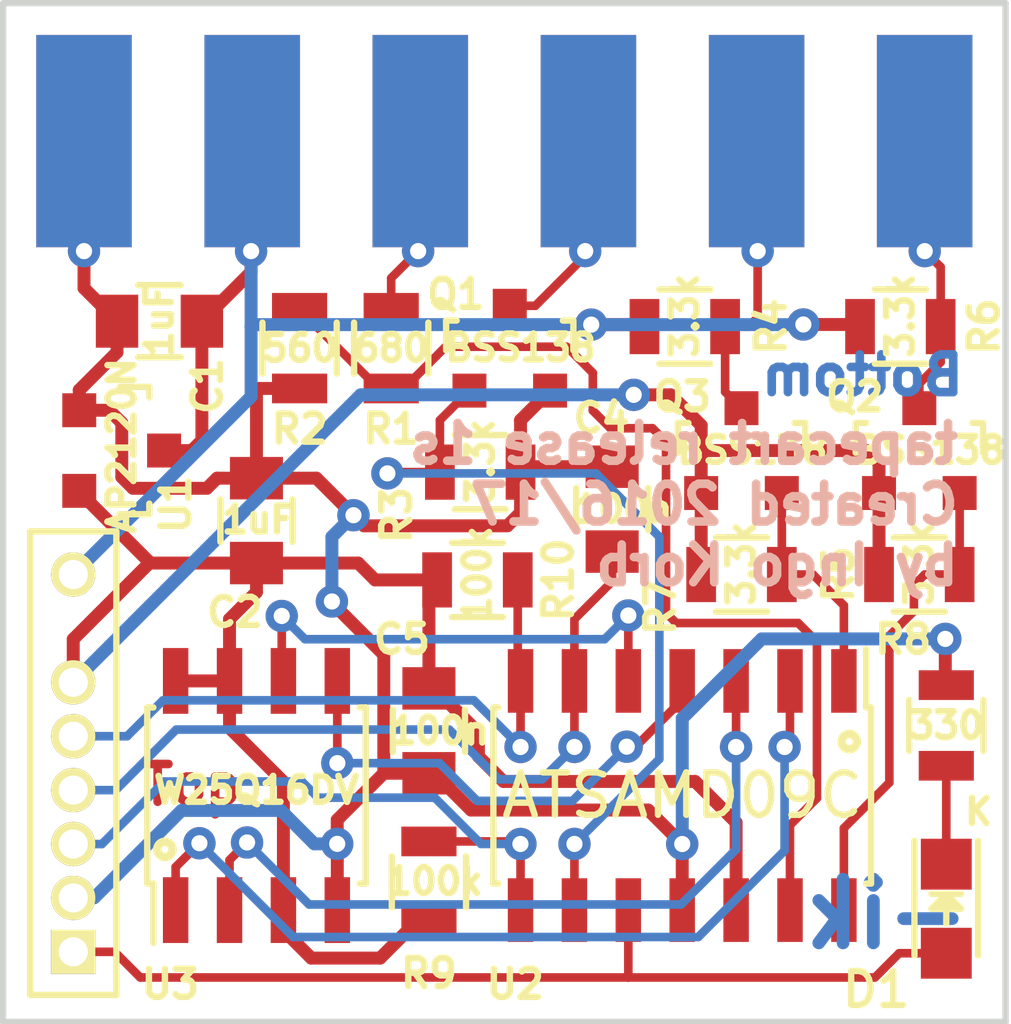
<source format=kicad_pcb>
(kicad_pcb (version 4) (host pcbnew 4.0.5)

  (general
    (links 63)
    (no_connects 0)
    (area 170.1924 34.13 207.367 63.6562)
    (thickness 1.6)
    (drawings 14)
    (tracks 282)
    (zones 0)
    (modules 23)
    (nets 21)
  )

  (page A4)
  (layers
    (0 F.Cu signal)
    (31 B.Cu signal)
    (32 B.Adhes user)
    (33 F.Adhes user)
    (34 B.Paste user)
    (35 F.Paste user)
    (36 B.SilkS user)
    (37 F.SilkS user)
    (38 B.Mask user)
    (39 F.Mask user)
    (40 Dwgs.User user hide)
    (41 Cmts.User user)
    (42 Eco1.User user)
    (43 Eco2.User user)
    (44 Edge.Cuts user)
    (45 Margin user)
    (46 B.CrtYd user)
    (47 F.CrtYd user)
    (48 B.Fab user)
    (49 F.Fab user)
  )

  (setup
    (last_trace_width 0.2032)
    (trace_clearance 0.2032)
    (zone_clearance 0.508)
    (zone_45_only no)
    (trace_min 0.2032)
    (segment_width 0.2)
    (edge_width 0.15)
    (via_size 0.762)
    (via_drill 0.381)
    (via_min_size 0.762)
    (via_min_drill 0.3)
    (uvia_size 0.3)
    (uvia_drill 0.1)
    (uvias_allowed no)
    (uvia_min_size 0.2)
    (uvia_min_drill 0.1)
    (pcb_text_width 0.3)
    (pcb_text_size 1.5 1.5)
    (mod_edge_width 0.15)
    (mod_text_size 1 1)
    (mod_text_width 0.15)
    (pad_size 1.524 1.524)
    (pad_drill 0.762)
    (pad_to_mask_clearance 0.2)
    (aux_axis_origin 0 0)
    (visible_elements 7FFFFFFF)
    (pcbplotparams
      (layerselection 0x010f0_80000001)
      (usegerberextensions true)
      (excludeedgelayer true)
      (linewidth 0.100000)
      (plotframeref false)
      (viasonmask false)
      (mode 1)
      (useauxorigin false)
      (hpglpennumber 1)
      (hpglpenspeed 20)
      (hpglpendiameter 15)
      (hpglpenoverlay 2)
      (psnegative false)
      (psa4output false)
      (plotreference true)
      (plotvalue true)
      (plotinvisibletext false)
      (padsonsilk false)
      (subtractmaskfromsilk false)
      (outputformat 1)
      (mirror false)
      (drillshape 0)
      (scaleselection 1)
      (outputdirectory gerber-release))
  )

  (net 0 "")
  (net 1 /Read3)
  (net 2 GND)
  (net 3 /Read5)
  (net 4 +3V3)
  (net 5 /Sense3)
  (net 6 /Sense5)
  (net 7 /Write3)
  (net 8 /Write5)
  (net 9 +5V)
  (net 10 /Reset)
  (net 11 /Motor5)
  (net 12 /SWCLK)
  (net 13 /SWDIO)
  (net 14 /Motor3)
  (net 15 /SS)
  (net 16 /MISO)
  (net 17 /MOSI)
  (net 18 /SCK)
  (net 19 /LED)
  (net 20 "Net-(D1-Pad1)")

  (net_class Default "This is the default net class."
    (clearance 0.2032)
    (trace_width 0.2032)
    (via_dia 0.762)
    (via_drill 0.381)
    (uvia_dia 0.3)
    (uvia_drill 0.1)
    (add_net /LED)
    (add_net /MISO)
    (add_net /MOSI)
    (add_net /Motor3)
    (add_net /Motor5)
    (add_net /Read3)
    (add_net /Read5)
    (add_net /Reset)
    (add_net /SCK)
    (add_net /SS)
    (add_net /SWCLK)
    (add_net /SWDIO)
    (add_net /Sense3)
    (add_net /Sense5)
    (add_net /Write3)
    (add_net /Write5)
    (add_net "Net-(D1-Pad1)")
  )

  (net_class Power ""
    (clearance 0.2032)
    (trace_width 0.3048)
    (via_dia 0.762)
    (via_drill 0.381)
    (uvia_dia 0.3)
    (uvia_drill 0.1)
    (add_net +3V3)
    (add_net +5V)
    (add_net GND)
  )

  (module Resistors_SMD:R_0805 (layer F.Cu) (tedit 56FAD679) (tstamp 56DE4081)
    (at 183.515 60.198 90)
    (descr "Resistor SMD 0805, reflow soldering, Vishay (see dcrcw.pdf)")
    (tags "resistor 0805")
    (path /56DC58AE)
    (attr smd)
    (fp_text reference R9 (at -2.159 0 180) (layer F.SilkS)
      (effects (font (size 0.6604 0.6604) (thickness 0.1524)))
    )
    (fp_text value 100k (at 0.0102 0.127 360) (layer F.SilkS)
      (effects (font (size 0.6096 0.6096) (thickness 0.1524)))
    )
    (fp_line (start -1.6 -1) (end 1.6 -1) (layer F.CrtYd) (width 0.05))
    (fp_line (start -1.6 1) (end 1.6 1) (layer F.CrtYd) (width 0.05))
    (fp_line (start -1.6 -1) (end -1.6 1) (layer F.CrtYd) (width 0.05))
    (fp_line (start 1.6 -1) (end 1.6 1) (layer F.CrtYd) (width 0.05))
    (fp_line (start 0.6 0.875) (end -0.6 0.875) (layer F.SilkS) (width 0.15))
    (fp_line (start -0.6 -0.875) (end 0.6 -0.875) (layer F.SilkS) (width 0.15))
    (pad 1 smd rect (at -0.95 0 90) (size 0.7 1.3) (layers F.Cu F.Paste F.Mask)
      (net 4 +3V3))
    (pad 2 smd rect (at 0.95 0 90) (size 0.7 1.3) (layers F.Cu F.Paste F.Mask)
      (net 13 /SWDIO))
    (model Resistors_SMD.3dshapes/R_0805.wrl
      (at (xyz 0 0 0))
      (scale (xyz 1 1 1))
      (rotate (xyz 0 0 0))
    )
  )

  (module Capacitors_SMD:C_0805 (layer F.Cu) (tedit 56FAD5C7) (tstamp 56BF0400)
    (at 187.833 51.419 270)
    (descr "Capacitor SMD 0805, reflow soldering, AVX (see smccp.pdf)")
    (tags "capacitor 0805")
    (path /56BC7709)
    (attr smd)
    (fp_text reference C4 (at -2.143 0.254 360) (layer F.SilkS)
      (effects (font (size 0.6604 0.6604) (thickness 0.1524)))
    )
    (fp_text value 100n (at 0 -0.254 360) (layer F.SilkS)
      (effects (font (size 0.6096 0.6096) (thickness 0.1524)))
    )
    (fp_line (start -1.8 -1) (end 1.8 -1) (layer F.CrtYd) (width 0.05))
    (fp_line (start -1.8 1) (end 1.8 1) (layer F.CrtYd) (width 0.05))
    (fp_line (start -1.8 -1) (end -1.8 1) (layer F.CrtYd) (width 0.05))
    (fp_line (start 1.8 -1) (end 1.8 1) (layer F.CrtYd) (width 0.05))
    (fp_line (start 0.5 -0.85) (end -0.5 -0.85) (layer F.SilkS) (width 0.15))
    (fp_line (start -0.5 0.85) (end 0.5 0.85) (layer F.SilkS) (width 0.15))
    (pad 1 smd rect (at -1 0 270) (size 1 1.25) (layers F.Cu F.Paste F.Mask)
      (net 2 GND))
    (pad 2 smd rect (at 1 0 270) (size 1 1.25) (layers F.Cu F.Paste F.Mask)
      (net 10 /Reset))
    (model Capacitors_SMD.3dshapes/C_0805.wrl
      (at (xyz 0 0 0))
      (scale (xyz 1 1 1))
      (rotate (xyz 0 0 0))
    )
  )

  (module Housings_SOIC:SOIC-14_3.9x8.7mm_Pitch1.27mm (layer F.Cu) (tedit 56FAD596) (tstamp 56BBD106)
    (at 189.484 58.166 270)
    (descr "14-Lead Plastic Small Outline (SL) - Narrow, 3.90 mm Body [SOIC] (see Microchip Packaging Specification 00000049BS.pdf)")
    (tags "SOIC 1.27")
    (path /56BA4F38)
    (attr smd)
    (fp_text reference U2 (at 4.445 3.937 360) (layer F.SilkS)
      (effects (font (size 0.6604 0.6604) (thickness 0.1524)))
    )
    (fp_text value ATSAMD09C (at 0 0 360) (layer F.SilkS)
      (effects (font (size 1 1) (thickness 0.15)))
    )
    (fp_line (start -3.7 -4.65) (end -3.7 4.65) (layer F.CrtYd) (width 0.05))
    (fp_line (start 3.7 -4.65) (end 3.7 4.65) (layer F.CrtYd) (width 0.05))
    (fp_line (start -3.7 -4.65) (end 3.7 -4.65) (layer F.CrtYd) (width 0.05))
    (fp_line (start -3.7 4.65) (end 3.7 4.65) (layer F.CrtYd) (width 0.05))
    (fp_line (start -2.075 -4.45) (end -2.075 -4.335) (layer F.SilkS) (width 0.15))
    (fp_line (start 2.075 -4.45) (end 2.075 -4.335) (layer F.SilkS) (width 0.15))
    (fp_line (start 2.075 4.45) (end 2.075 4.335) (layer F.SilkS) (width 0.15))
    (fp_line (start -2.075 4.45) (end -2.075 4.335) (layer F.SilkS) (width 0.15))
    (fp_line (start -2.075 -4.45) (end 2.075 -4.45) (layer F.SilkS) (width 0.15))
    (fp_line (start -2.075 4.45) (end 2.075 4.45) (layer F.SilkS) (width 0.15))
    (fp_line (start -2.075 -4.335) (end -3.45 -4.335) (layer F.SilkS) (width 0.15))
    (pad 1 smd rect (at -2.7 -3.81 270) (size 1.5 0.6) (layers F.Cu F.Paste F.Mask)
      (net 7 /Write3))
    (pad 2 smd rect (at -2.7 -2.54 270) (size 1.5 0.6) (layers F.Cu F.Paste F.Mask)
      (net 15 /SS))
    (pad 3 smd rect (at -2.7 -1.27 270) (size 1.5 0.6) (layers F.Cu F.Paste F.Mask)
      (net 16 /MISO))
    (pad 4 smd rect (at -2.7 0 270) (size 1.5 0.6) (layers F.Cu F.Paste F.Mask)
      (net 17 /MOSI))
    (pad 5 smd rect (at -2.7 1.27 270) (size 1.5 0.6) (layers F.Cu F.Paste F.Mask)
      (net 18 /SCK))
    (pad 6 smd rect (at -2.7 2.54 270) (size 1.5 0.6) (layers F.Cu F.Paste F.Mask)
      (net 10 /Reset))
    (pad 7 smd rect (at -2.7 3.81 270) (size 1.5 0.6) (layers F.Cu F.Paste F.Mask)
      (net 12 /SWCLK))
    (pad 8 smd rect (at 2.7 3.81 270) (size 1.5 0.6) (layers F.Cu F.Paste F.Mask)
      (net 13 /SWDIO))
    (pad 9 smd rect (at 2.7 2.54 270) (size 1.5 0.6) (layers F.Cu F.Paste F.Mask)
      (net 1 /Read3))
    (pad 10 smd rect (at 2.7 1.27 270) (size 1.5 0.6) (layers F.Cu F.Paste F.Mask)
      (net 19 /LED))
    (pad 11 smd rect (at 2.7 0 270) (size 1.5 0.6) (layers F.Cu F.Paste F.Mask)
      (net 2 GND))
    (pad 12 smd rect (at 2.7 -1.27 270) (size 1.5 0.6) (layers F.Cu F.Paste F.Mask)
      (net 4 +3V3))
    (pad 13 smd rect (at 2.7 -2.54 270) (size 1.5 0.6) (layers F.Cu F.Paste F.Mask)
      (net 14 /Motor3))
    (pad 14 smd rect (at 2.7 -3.81 270) (size 1.5 0.6) (layers F.Cu F.Paste F.Mask)
      (net 5 /Sense3))
    (model Housings_SOIC.3dshapes/SOIC-14_3.9x8.7mm_Pitch1.27mm.wrl
      (at (xyz 0 0 0))
      (scale (xyz 1 1 1))
      (rotate (xyz 0 0 0))
    )
  )

  (module Housings_SOIC:SOIC-8_3.9x4.9mm_Pitch1.27mm (layer F.Cu) (tedit 56FAD651) (tstamp 56BBD117)
    (at 179.451 58.166 90)
    (descr "8-Lead Plastic Small Outline (SN) - Narrow, 3.90 mm Body [SOIC] (see Microchip Packaging Specification 00000049BS.pdf)")
    (tags "SOIC 1.27")
    (path /56BA4FD9)
    (attr smd)
    (fp_text reference U3 (at -4.445 -2.032 360) (layer F.SilkS)
      (effects (font (size 0.6604 0.6604) (thickness 0.1524)))
    )
    (fp_text value W25Q16DV (at 0.127 0 360) (layer F.SilkS)
      (effects (font (size 0.6096 0.6096) (thickness 0.1524)))
    )
    (fp_line (start -3.75 -2.75) (end -3.75 2.75) (layer F.CrtYd) (width 0.05))
    (fp_line (start 3.75 -2.75) (end 3.75 2.75) (layer F.CrtYd) (width 0.05))
    (fp_line (start -3.75 -2.75) (end 3.75 -2.75) (layer F.CrtYd) (width 0.05))
    (fp_line (start -3.75 2.75) (end 3.75 2.75) (layer F.CrtYd) (width 0.05))
    (fp_line (start -2.075 -2.575) (end -2.075 -2.43) (layer F.SilkS) (width 0.15))
    (fp_line (start 2.075 -2.575) (end 2.075 -2.43) (layer F.SilkS) (width 0.15))
    (fp_line (start 2.075 2.575) (end 2.075 2.43) (layer F.SilkS) (width 0.15))
    (fp_line (start -2.075 2.575) (end -2.075 2.43) (layer F.SilkS) (width 0.15))
    (fp_line (start -2.075 -2.575) (end 2.075 -2.575) (layer F.SilkS) (width 0.15))
    (fp_line (start -2.075 2.575) (end 2.075 2.575) (layer F.SilkS) (width 0.15))
    (fp_line (start -2.075 -2.43) (end -3.475 -2.43) (layer F.SilkS) (width 0.15))
    (pad 1 smd rect (at -2.7 -1.905 90) (size 1.55 0.6) (layers F.Cu F.Paste F.Mask)
      (net 15 /SS))
    (pad 2 smd rect (at -2.7 -0.635 90) (size 1.55 0.6) (layers F.Cu F.Paste F.Mask)
      (net 16 /MISO))
    (pad 3 smd rect (at -2.7 0.635 90) (size 1.55 0.6) (layers F.Cu F.Paste F.Mask)
      (net 4 +3V3))
    (pad 4 smd rect (at -2.7 1.905 90) (size 1.55 0.6) (layers F.Cu F.Paste F.Mask)
      (net 2 GND))
    (pad 5 smd rect (at 2.7 1.905 90) (size 1.55 0.6) (layers F.Cu F.Paste F.Mask)
      (net 17 /MOSI))
    (pad 6 smd rect (at 2.7 0.635 90) (size 1.55 0.6) (layers F.Cu F.Paste F.Mask)
      (net 18 /SCK))
    (pad 7 smd rect (at 2.7 -0.635 90) (size 1.55 0.6) (layers F.Cu F.Paste F.Mask)
      (net 4 +3V3))
    (pad 8 smd rect (at 2.7 -1.905 90) (size 1.55 0.6) (layers F.Cu F.Paste F.Mask)
      (net 4 +3V3))
    (model Housings_SOIC.3dshapes/SOIC-8_3.9x4.9mm_Pitch1.27mm.wrl
      (at (xyz 0 0 0))
      (scale (xyz 1 1 1))
      (rotate (xyz 0 0 0))
    )
  )

  (module Capacitors_SMD:C_0805 (layer F.Cu) (tedit 56FAD5F9) (tstamp 56BF03F1)
    (at 177.165 46.99 180)
    (descr "Capacitor SMD 0805, reflow soldering, AVX (see smccp.pdf)")
    (tags "capacitor 0805")
    (path /56BA5810)
    (attr smd)
    (fp_text reference C1 (at -1.127 -1.524 270) (layer F.SilkS)
      (effects (font (size 0.6604 0.6604) (thickness 0.1524)))
    )
    (fp_text value 1uF (at 0 0 450) (layer F.SilkS)
      (effects (font (size 0.6096 0.6096) (thickness 0.1524)))
    )
    (fp_line (start -1.8 -1) (end 1.8 -1) (layer F.CrtYd) (width 0.05))
    (fp_line (start -1.8 1) (end 1.8 1) (layer F.CrtYd) (width 0.05))
    (fp_line (start -1.8 -1) (end -1.8 1) (layer F.CrtYd) (width 0.05))
    (fp_line (start 1.8 -1) (end 1.8 1) (layer F.CrtYd) (width 0.05))
    (fp_line (start 0.5 -0.85) (end -0.5 -0.85) (layer F.SilkS) (width 0.15))
    (fp_line (start -0.5 0.85) (end 0.5 0.85) (layer F.SilkS) (width 0.15))
    (pad 1 smd rect (at -1 0 180) (size 1 1.25) (layers F.Cu F.Paste F.Mask)
      (net 9 +5V))
    (pad 2 smd rect (at 1 0 180) (size 1 1.25) (layers F.Cu F.Paste F.Mask)
      (net 2 GND))
    (model Capacitors_SMD.3dshapes/C_0805.wrl
      (at (xyz 0 0 0))
      (scale (xyz 1 1 1))
      (rotate (xyz 0 0 0))
    )
  )

  (module Capacitors_SMD:C_0805 (layer F.Cu) (tedit 56FAD440) (tstamp 56BF03F6)
    (at 179.451 51.689 90)
    (descr "Capacitor SMD 0805, reflow soldering, AVX (see smccp.pdf)")
    (tags "capacitor 0805")
    (path /56BA5891)
    (attr smd)
    (fp_text reference C2 (at -2.159 -0.508 360) (layer F.SilkS)
      (effects (font (size 0.6604 0.6604) (thickness 0.1524)))
    )
    (fp_text value 1uF (at 0.018 0.033 180) (layer F.SilkS)
      (effects (font (size 0.6096 0.6096) (thickness 0.1524)))
    )
    (fp_line (start -1.8 -1) (end 1.8 -1) (layer F.CrtYd) (width 0.05))
    (fp_line (start -1.8 1) (end 1.8 1) (layer F.CrtYd) (width 0.05))
    (fp_line (start -1.8 -1) (end -1.8 1) (layer F.CrtYd) (width 0.05))
    (fp_line (start 1.8 -1) (end 1.8 1) (layer F.CrtYd) (width 0.05))
    (fp_line (start 0.5 -0.85) (end -0.5 -0.85) (layer F.SilkS) (width 0.15))
    (fp_line (start -0.5 0.85) (end 0.5 0.85) (layer F.SilkS) (width 0.15))
    (pad 1 smd rect (at -1 0 90) (size 1 1.25) (layers F.Cu F.Paste F.Mask)
      (net 4 +3V3))
    (pad 2 smd rect (at 1 0 90) (size 1 1.25) (layers F.Cu F.Paste F.Mask)
      (net 2 GND))
    (model Capacitors_SMD.3dshapes/C_0805.wrl
      (at (xyz 0 0 0))
      (scale (xyz 1 1 1))
      (rotate (xyz 0 0 0))
    )
  )

  (module Capacitors_SMD:C_0805 (layer F.Cu) (tedit 56FAD665) (tstamp 56BF0405)
    (at 183.515 56.642 270)
    (descr "Capacitor SMD 0805, reflow soldering, AVX (see smccp.pdf)")
    (tags "capacitor 0805")
    (path /56BA53B7)
    (attr smd)
    (fp_text reference C5 (at -2.159 0.635 540) (layer F.SilkS)
      (effects (font (size 0.6604 0.6604) (thickness 0.1524)))
    )
    (fp_text value 100n (at 0 -0.254 540) (layer F.SilkS)
      (effects (font (size 0.6096 0.6096) (thickness 0.1524)))
    )
    (fp_line (start -1.8 -1) (end 1.8 -1) (layer F.CrtYd) (width 0.05))
    (fp_line (start -1.8 1) (end 1.8 1) (layer F.CrtYd) (width 0.05))
    (fp_line (start -1.8 -1) (end -1.8 1) (layer F.CrtYd) (width 0.05))
    (fp_line (start 1.8 -1) (end 1.8 1) (layer F.CrtYd) (width 0.05))
    (fp_line (start 0.5 -0.85) (end -0.5 -0.85) (layer F.SilkS) (width 0.15))
    (fp_line (start -0.5 0.85) (end 0.5 0.85) (layer F.SilkS) (width 0.15))
    (pad 1 smd rect (at -1 0 270) (size 1 1.25) (layers F.Cu F.Paste F.Mask)
      (net 4 +3V3))
    (pad 2 smd rect (at 1 0 270) (size 1 1.25) (layers F.Cu F.Paste F.Mask)
      (net 2 GND))
    (model Capacitors_SMD.3dshapes/C_0805.wrl
      (at (xyz 0 0 0))
      (scale (xyz 1 1 1))
      (rotate (xyz 0 0 0))
    )
  )

  (module TO_SOT_Packages_SMD:SOT-23 (layer F.Cu) (tedit 56FAD43A) (tstamp 56BF040A)
    (at 185.42 47.625)
    (descr "SOT-23, Standard")
    (tags SOT-23)
    (path /56BA5033)
    (attr smd)
    (fp_text reference Q1 (at -1.27 -1.27) (layer F.SilkS)
      (effects (font (size 0.6604 0.6604) (thickness 0.1524)))
    )
    (fp_text value BSS138 (at 0.254 -0.01) (layer F.SilkS)
      (effects (font (size 0.6096 0.6096) (thickness 0.1524)))
    )
    (fp_line (start -1.65 -1.6) (end 1.65 -1.6) (layer F.CrtYd) (width 0.05))
    (fp_line (start 1.65 -1.6) (end 1.65 1.6) (layer F.CrtYd) (width 0.05))
    (fp_line (start 1.65 1.6) (end -1.65 1.6) (layer F.CrtYd) (width 0.05))
    (fp_line (start -1.65 1.6) (end -1.65 -1.6) (layer F.CrtYd) (width 0.05))
    (fp_line (start 1.29916 -0.65024) (end 1.2509 -0.65024) (layer F.SilkS) (width 0.15))
    (fp_line (start -1.49982 0.0508) (end -1.49982 -0.65024) (layer F.SilkS) (width 0.15))
    (fp_line (start -1.49982 -0.65024) (end -1.2509 -0.65024) (layer F.SilkS) (width 0.15))
    (fp_line (start 1.29916 -0.65024) (end 1.49982 -0.65024) (layer F.SilkS) (width 0.15))
    (fp_line (start 1.49982 -0.65024) (end 1.49982 0.0508) (layer F.SilkS) (width 0.15))
    (pad 1 smd rect (at -0.95 1.00076) (size 0.8001 0.8001) (layers F.Cu F.Paste F.Mask)
      (net 1 /Read3))
    (pad 2 smd rect (at 0.95 1.00076) (size 0.8001 0.8001) (layers F.Cu F.Paste F.Mask)
      (net 2 GND))
    (pad 3 smd rect (at 0 -0.99822) (size 0.8001 0.8001) (layers F.Cu F.Paste F.Mask)
      (net 3 /Read5))
    (model TO_SOT_Packages_SMD.3dshapes/SOT-23.wrl
      (at (xyz 0 0 0))
      (scale (xyz 1 1 1))
      (rotate (xyz 0 0 0))
    )
  )

  (module TO_SOT_Packages_SMD:SOT-23 (layer F.Cu) (tedit 56FAD4A3) (tstamp 56BF0410)
    (at 195.072 50.038)
    (descr "SOT-23, Standard")
    (tags SOT-23)
    (path /56BA505C)
    (attr smd)
    (fp_text reference Q2 (at -1.524 -1.27) (layer F.SilkS)
      (effects (font (size 0.6604 0.6604) (thickness 0.1524)))
    )
    (fp_text value BSS138 (at 0.254 -0.01) (layer F.SilkS)
      (effects (font (size 0.6096 0.6096) (thickness 0.1524)))
    )
    (fp_line (start -1.65 -1.6) (end 1.65 -1.6) (layer F.CrtYd) (width 0.05))
    (fp_line (start 1.65 -1.6) (end 1.65 1.6) (layer F.CrtYd) (width 0.05))
    (fp_line (start 1.65 1.6) (end -1.65 1.6) (layer F.CrtYd) (width 0.05))
    (fp_line (start -1.65 1.6) (end -1.65 -1.6) (layer F.CrtYd) (width 0.05))
    (fp_line (start 1.29916 -0.65024) (end 1.2509 -0.65024) (layer F.SilkS) (width 0.15))
    (fp_line (start -1.49982 0.0508) (end -1.49982 -0.65024) (layer F.SilkS) (width 0.15))
    (fp_line (start -1.49982 -0.65024) (end -1.2509 -0.65024) (layer F.SilkS) (width 0.15))
    (fp_line (start 1.29916 -0.65024) (end 1.49982 -0.65024) (layer F.SilkS) (width 0.15))
    (fp_line (start 1.49982 -0.65024) (end 1.49982 0.0508) (layer F.SilkS) (width 0.15))
    (pad 1 smd rect (at -0.95 1.00076) (size 0.8001 0.8001) (layers F.Cu F.Paste F.Mask)
      (net 4 +3V3))
    (pad 2 smd rect (at 0.95 1.00076) (size 0.8001 0.8001) (layers F.Cu F.Paste F.Mask)
      (net 5 /Sense3))
    (pad 3 smd rect (at 0 -0.99822) (size 0.8001 0.8001) (layers F.Cu F.Paste F.Mask)
      (net 6 /Sense5))
    (model TO_SOT_Packages_SMD.3dshapes/SOT-23.wrl
      (at (xyz 0 0 0))
      (scale (xyz 1 1 1))
      (rotate (xyz 0 0 0))
    )
  )

  (module TO_SOT_Packages_SMD:SOT-23 (layer F.Cu) (tedit 56FAD492) (tstamp 56BF0416)
    (at 190.881 50.038)
    (descr "SOT-23, Standard")
    (tags SOT-23)
    (path /56BA508F)
    (attr smd)
    (fp_text reference Q3 (at -1.397 -1.27) (layer F.SilkS)
      (effects (font (size 0.6604 0.6604) (thickness 0.1524)))
    )
    (fp_text value BSS138 (at 0.254 -0.01) (layer F.SilkS)
      (effects (font (size 0.6096 0.6096) (thickness 0.1524)))
    )
    (fp_line (start -1.65 -1.6) (end 1.65 -1.6) (layer F.CrtYd) (width 0.05))
    (fp_line (start 1.65 -1.6) (end 1.65 1.6) (layer F.CrtYd) (width 0.05))
    (fp_line (start 1.65 1.6) (end -1.65 1.6) (layer F.CrtYd) (width 0.05))
    (fp_line (start -1.65 1.6) (end -1.65 -1.6) (layer F.CrtYd) (width 0.05))
    (fp_line (start 1.29916 -0.65024) (end 1.2509 -0.65024) (layer F.SilkS) (width 0.15))
    (fp_line (start -1.49982 0.0508) (end -1.49982 -0.65024) (layer F.SilkS) (width 0.15))
    (fp_line (start -1.49982 -0.65024) (end -1.2509 -0.65024) (layer F.SilkS) (width 0.15))
    (fp_line (start 1.29916 -0.65024) (end 1.49982 -0.65024) (layer F.SilkS) (width 0.15))
    (fp_line (start 1.49982 -0.65024) (end 1.49982 0.0508) (layer F.SilkS) (width 0.15))
    (pad 1 smd rect (at -0.95 1.00076) (size 0.8001 0.8001) (layers F.Cu F.Paste F.Mask)
      (net 4 +3V3))
    (pad 2 smd rect (at 0.95 1.00076) (size 0.8001 0.8001) (layers F.Cu F.Paste F.Mask)
      (net 7 /Write3))
    (pad 3 smd rect (at 0 -0.99822) (size 0.8001 0.8001) (layers F.Cu F.Paste F.Mask)
      (net 8 /Write5))
    (model TO_SOT_Packages_SMD.3dshapes/SOT-23.wrl
      (at (xyz 0 0 0))
      (scale (xyz 1 1 1))
      (rotate (xyz 0 0 0))
    )
  )

  (module Resistors_SMD:R_0805 (layer F.Cu) (tedit 56FAD473) (tstamp 56BF041C)
    (at 182.626 47.625 270)
    (descr "Resistor SMD 0805, reflow soldering, Vishay (see dcrcw.pdf)")
    (tags "resistor 0805")
    (path /56BA50C4)
    (attr smd)
    (fp_text reference R1 (at 1.905 0 360) (layer F.SilkS)
      (effects (font (size 0.6604 0.6604) (thickness 0.1524)))
    )
    (fp_text value 680 (at 0 0 360) (layer F.SilkS)
      (effects (font (size 0.6096 0.6096) (thickness 0.1524)))
    )
    (fp_line (start -1.6 -1) (end 1.6 -1) (layer F.CrtYd) (width 0.05))
    (fp_line (start -1.6 1) (end 1.6 1) (layer F.CrtYd) (width 0.05))
    (fp_line (start -1.6 -1) (end -1.6 1) (layer F.CrtYd) (width 0.05))
    (fp_line (start 1.6 -1) (end 1.6 1) (layer F.CrtYd) (width 0.05))
    (fp_line (start 0.6 0.875) (end -0.6 0.875) (layer F.SilkS) (width 0.15))
    (fp_line (start -0.6 -0.875) (end 0.6 -0.875) (layer F.SilkS) (width 0.15))
    (pad 1 smd rect (at -0.95 0 270) (size 0.7 1.3) (layers F.Cu F.Paste F.Mask)
      (net 11 /Motor5))
    (pad 2 smd rect (at 0.95 0 270) (size 0.7 1.3) (layers F.Cu F.Paste F.Mask)
      (net 14 /Motor3))
    (model Resistors_SMD.3dshapes/R_0805.wrl
      (at (xyz 0 0 0))
      (scale (xyz 1 1 1))
      (rotate (xyz 0 0 0))
    )
  )

  (module Resistors_SMD:R_0805 (layer F.Cu) (tedit 56FAD609) (tstamp 56BF0421)
    (at 180.467 47.625 270)
    (descr "Resistor SMD 0805, reflow soldering, Vishay (see dcrcw.pdf)")
    (tags "resistor 0805")
    (path /56BA51D3)
    (attr smd)
    (fp_text reference R2 (at 1.905 0 540) (layer F.SilkS)
      (effects (font (size 0.6604 0.6604) (thickness 0.1524)))
    )
    (fp_text value 560 (at 0 0 540) (layer F.SilkS)
      (effects (font (size 0.6096 0.6096) (thickness 0.1524)))
    )
    (fp_line (start -1.6 -1) (end 1.6 -1) (layer F.CrtYd) (width 0.05))
    (fp_line (start -1.6 1) (end 1.6 1) (layer F.CrtYd) (width 0.05))
    (fp_line (start -1.6 -1) (end -1.6 1) (layer F.CrtYd) (width 0.05))
    (fp_line (start 1.6 -1) (end 1.6 1) (layer F.CrtYd) (width 0.05))
    (fp_line (start 0.6 0.875) (end -0.6 0.875) (layer F.SilkS) (width 0.15))
    (fp_line (start -0.6 -0.875) (end 0.6 -0.875) (layer F.SilkS) (width 0.15))
    (pad 1 smd rect (at -0.95 0 270) (size 0.7 1.3) (layers F.Cu F.Paste F.Mask)
      (net 14 /Motor3))
    (pad 2 smd rect (at 0.95 0 270) (size 0.7 1.3) (layers F.Cu F.Paste F.Mask)
      (net 2 GND))
    (model Resistors_SMD.3dshapes/R_0805.wrl
      (at (xyz 0 0 0))
      (scale (xyz 1 1 1))
      (rotate (xyz 0 0 0))
    )
  )

  (module Resistors_SMD:R_0805 (layer F.Cu) (tedit 56FAD616) (tstamp 56BF0426)
    (at 184.724 50.546)
    (descr "Resistor SMD 0805, reflow soldering, Vishay (see dcrcw.pdf)")
    (tags "resistor 0805")
    (path /56BA51F6)
    (attr smd)
    (fp_text reference R3 (at -1.971 1.016 90) (layer F.SilkS)
      (effects (font (size 0.6604 0.6604) (thickness 0.1524)))
    )
    (fp_text value 3.3k (at 0 -0.254 270) (layer F.SilkS)
      (effects (font (size 0.6096 0.6096) (thickness 0.1524)))
    )
    (fp_line (start -1.6 -1) (end 1.6 -1) (layer F.CrtYd) (width 0.05))
    (fp_line (start -1.6 1) (end 1.6 1) (layer F.CrtYd) (width 0.05))
    (fp_line (start -1.6 -1) (end -1.6 1) (layer F.CrtYd) (width 0.05))
    (fp_line (start 1.6 -1) (end 1.6 1) (layer F.CrtYd) (width 0.05))
    (fp_line (start 0.6 0.875) (end -0.6 0.875) (layer F.SilkS) (width 0.15))
    (fp_line (start -0.6 -0.875) (end 0.6 -0.875) (layer F.SilkS) (width 0.15))
    (pad 1 smd rect (at -0.95 0) (size 0.7 1.3) (layers F.Cu F.Paste F.Mask)
      (net 1 /Read3))
    (pad 2 smd rect (at 0.95 0) (size 0.7 1.3) (layers F.Cu F.Paste F.Mask)
      (net 2 GND))
    (model Resistors_SMD.3dshapes/R_0805.wrl
      (at (xyz 0 0 0))
      (scale (xyz 1 1 1))
      (rotate (xyz 0 0 0))
    )
  )

  (module Resistors_SMD:R_0805 (layer F.Cu) (tedit 56FAD624) (tstamp 56BF042B)
    (at 189.545 47.117)
    (descr "Resistor SMD 0805, reflow soldering, Vishay (see dcrcw.pdf)")
    (tags "resistor 0805")
    (path /56BA5227)
    (attr smd)
    (fp_text reference R4 (at 2.032 0 270) (layer F.SilkS)
      (effects (font (size 0.6604 0.6604) (thickness 0.1524)))
    )
    (fp_text value 3.3k (at 0 -0.254 270) (layer F.SilkS)
      (effects (font (size 0.6096 0.6096) (thickness 0.1524)))
    )
    (fp_line (start -1.6 -1) (end 1.6 -1) (layer F.CrtYd) (width 0.05))
    (fp_line (start -1.6 1) (end 1.6 1) (layer F.CrtYd) (width 0.05))
    (fp_line (start -1.6 -1) (end -1.6 1) (layer F.CrtYd) (width 0.05))
    (fp_line (start 1.6 -1) (end 1.6 1) (layer F.CrtYd) (width 0.05))
    (fp_line (start 0.6 0.875) (end -0.6 0.875) (layer F.SilkS) (width 0.15))
    (fp_line (start -0.6 -0.875) (end 0.6 -0.875) (layer F.SilkS) (width 0.15))
    (pad 1 smd rect (at -0.95 0) (size 0.7 1.3) (layers F.Cu F.Paste F.Mask)
      (net 9 +5V))
    (pad 2 smd rect (at 0.95 0) (size 0.7 1.3) (layers F.Cu F.Paste F.Mask)
      (net 8 /Write5))
    (model Resistors_SMD.3dshapes/R_0805.wrl
      (at (xyz 0 0 0))
      (scale (xyz 1 1 1))
      (rotate (xyz 0 0 0))
    )
  )

  (module Resistors_SMD:R_0805 (layer F.Cu) (tedit 56FAD557) (tstamp 56BF0430)
    (at 195.072 52.959)
    (descr "Resistor SMD 0805, reflow soldering, Vishay (see dcrcw.pdf)")
    (tags "resistor 0805")
    (path /56BA5258)
    (attr smd)
    (fp_text reference R5 (at -1.905 0 90) (layer F.SilkS)
      (effects (font (size 0.6604 0.6604) (thickness 0.1524)))
    )
    (fp_text value 3.3k (at 0 -0.254 90) (layer F.SilkS)
      (effects (font (size 0.6096 0.6096) (thickness 0.1524)))
    )
    (fp_line (start -1.6 -1) (end 1.6 -1) (layer F.CrtYd) (width 0.05))
    (fp_line (start -1.6 1) (end 1.6 1) (layer F.CrtYd) (width 0.05))
    (fp_line (start -1.6 -1) (end -1.6 1) (layer F.CrtYd) (width 0.05))
    (fp_line (start 1.6 -1) (end 1.6 1) (layer F.CrtYd) (width 0.05))
    (fp_line (start 0.6 0.875) (end -0.6 0.875) (layer F.SilkS) (width 0.15))
    (fp_line (start -0.6 -0.875) (end 0.6 -0.875) (layer F.SilkS) (width 0.15))
    (pad 1 smd rect (at -0.95 0) (size 0.7 1.3) (layers F.Cu F.Paste F.Mask)
      (net 4 +3V3))
    (pad 2 smd rect (at 0.95 0) (size 0.7 1.3) (layers F.Cu F.Paste F.Mask)
      (net 5 /Sense3))
    (model Resistors_SMD.3dshapes/R_0805.wrl
      (at (xyz 0 0 0))
      (scale (xyz 1 1 1))
      (rotate (xyz 0 0 0))
    )
  )

  (module Resistors_SMD:R_0805 (layer F.Cu) (tedit 56FAD632) (tstamp 56BF0435)
    (at 194.625 47.117)
    (descr "Resistor SMD 0805, reflow soldering, Vishay (see dcrcw.pdf)")
    (tags "resistor 0805")
    (path /56BA52C6)
    (attr smd)
    (fp_text reference R6 (at 1.971 0 270) (layer F.SilkS)
      (effects (font (size 0.6604 0.6604) (thickness 0.1524)))
    )
    (fp_text value 3.3k (at 0 -0.254 270) (layer F.SilkS)
      (effects (font (size 0.6096 0.6096) (thickness 0.1524)))
    )
    (fp_line (start -1.6 -1) (end 1.6 -1) (layer F.CrtYd) (width 0.05))
    (fp_line (start -1.6 1) (end 1.6 1) (layer F.CrtYd) (width 0.05))
    (fp_line (start -1.6 -1) (end -1.6 1) (layer F.CrtYd) (width 0.05))
    (fp_line (start 1.6 -1) (end 1.6 1) (layer F.CrtYd) (width 0.05))
    (fp_line (start 0.6 0.875) (end -0.6 0.875) (layer F.SilkS) (width 0.15))
    (fp_line (start -0.6 -0.875) (end 0.6 -0.875) (layer F.SilkS) (width 0.15))
    (pad 1 smd rect (at -0.95 0) (size 0.7 1.3) (layers F.Cu F.Paste F.Mask)
      (net 9 +5V))
    (pad 2 smd rect (at 0.95 0) (size 0.7 1.3) (layers F.Cu F.Paste F.Mask)
      (net 6 /Sense5))
    (model Resistors_SMD.3dshapes/R_0805.wrl
      (at (xyz 0 0 0))
      (scale (xyz 1 1 1))
      (rotate (xyz 0 0 0))
    )
  )

  (module Resistors_SMD:R_0805 (layer F.Cu) (tedit 56FAD503) (tstamp 56BF043A)
    (at 190.881 52.959 180)
    (descr "Resistor SMD 0805, reflow soldering, Vishay (see dcrcw.pdf)")
    (tags "resistor 0805")
    (path /56BA528D)
    (attr smd)
    (fp_text reference R7 (at 1.905 -0.762 270) (layer F.SilkS)
      (effects (font (size 0.6604 0.6604) (thickness 0.1524)))
    )
    (fp_text value 3.3k (at 0 0.254 270) (layer F.SilkS)
      (effects (font (size 0.6096 0.6096) (thickness 0.1524)))
    )
    (fp_line (start -1.6 -1) (end 1.6 -1) (layer F.CrtYd) (width 0.05))
    (fp_line (start -1.6 1) (end 1.6 1) (layer F.CrtYd) (width 0.05))
    (fp_line (start -1.6 -1) (end -1.6 1) (layer F.CrtYd) (width 0.05))
    (fp_line (start 1.6 -1) (end 1.6 1) (layer F.CrtYd) (width 0.05))
    (fp_line (start 0.6 0.875) (end -0.6 0.875) (layer F.SilkS) (width 0.15))
    (fp_line (start -0.6 -0.875) (end 0.6 -0.875) (layer F.SilkS) (width 0.15))
    (pad 1 smd rect (at -0.95 0 180) (size 0.7 1.3) (layers F.Cu F.Paste F.Mask)
      (net 7 /Write3))
    (pad 2 smd rect (at 0.95 0 180) (size 0.7 1.3) (layers F.Cu F.Paste F.Mask)
      (net 4 +3V3))
    (model Resistors_SMD.3dshapes/R_0805.wrl
      (at (xyz 0 0 0))
      (scale (xyz 1 1 1))
      (rotate (xyz 0 0 0))
    )
  )

  (module Resistors_SMD:R_0805 (layer F.Cu) (tedit 56FAD640) (tstamp 56BF043F)
    (at 195.707 56.515 90)
    (descr "Resistor SMD 0805, reflow soldering, Vishay (see dcrcw.pdf)")
    (tags "resistor 0805")
    (path /56BA52F7)
    (attr smd)
    (fp_text reference R8 (at 2.032 -1.016 360) (layer F.SilkS)
      (effects (font (size 0.6604 0.6604) (thickness 0.1524)))
    )
    (fp_text value 330 (at 0 0 360) (layer F.SilkS)
      (effects (font (size 0.6096 0.6096) (thickness 0.1524)))
    )
    (fp_line (start -1.6 -1) (end 1.6 -1) (layer F.CrtYd) (width 0.05))
    (fp_line (start -1.6 1) (end 1.6 1) (layer F.CrtYd) (width 0.05))
    (fp_line (start -1.6 -1) (end -1.6 1) (layer F.CrtYd) (width 0.05))
    (fp_line (start 1.6 -1) (end 1.6 1) (layer F.CrtYd) (width 0.05))
    (fp_line (start 0.6 0.875) (end -0.6 0.875) (layer F.SilkS) (width 0.15))
    (fp_line (start -0.6 -0.875) (end 0.6 -0.875) (layer F.SilkS) (width 0.15))
    (pad 1 smd rect (at -0.95 0 90) (size 0.7 1.3) (layers F.Cu F.Paste F.Mask)
      (net 20 "Net-(D1-Pad1)"))
    (pad 2 smd rect (at 0.95 0 90) (size 0.7 1.3) (layers F.Cu F.Paste F.Mask)
      (net 2 GND))
    (model Resistors_SMD.3dshapes/R_0805.wrl
      (at (xyz 0 0 0))
      (scale (xyz 1 1 1))
      (rotate (xyz 0 0 0))
    )
  )

  (module TO_SOT_Packages_SMD:SOT-23 (layer F.Cu) (tedit 56FAD412) (tstamp 56BF0444)
    (at 176.276 50.038 270)
    (descr "SOT-23, Standard")
    (tags SOT-23)
    (path /56BA5771)
    (attr smd)
    (fp_text reference U1 (at 1.27 -1.27 270) (layer F.SilkS)
      (effects (font (size 0.6604 0.6604) (thickness 0.1524)))
    )
    (fp_text value AP2120N (at -0.11176 0 270) (layer F.SilkS)
      (effects (font (size 0.6096 0.6096) (thickness 0.1524)))
    )
    (fp_line (start -1.65 -1.6) (end 1.65 -1.6) (layer F.CrtYd) (width 0.05))
    (fp_line (start 1.65 -1.6) (end 1.65 1.6) (layer F.CrtYd) (width 0.05))
    (fp_line (start 1.65 1.6) (end -1.65 1.6) (layer F.CrtYd) (width 0.05))
    (fp_line (start -1.65 1.6) (end -1.65 -1.6) (layer F.CrtYd) (width 0.05))
    (fp_line (start 1.29916 -0.65024) (end 1.2509 -0.65024) (layer F.SilkS) (width 0.15))
    (fp_line (start -1.49982 0.0508) (end -1.49982 -0.65024) (layer F.SilkS) (width 0.15))
    (fp_line (start -1.49982 -0.65024) (end -1.2509 -0.65024) (layer F.SilkS) (width 0.15))
    (fp_line (start 1.29916 -0.65024) (end 1.49982 -0.65024) (layer F.SilkS) (width 0.15))
    (fp_line (start 1.49982 -0.65024) (end 1.49982 0.0508) (layer F.SilkS) (width 0.15))
    (pad 1 smd rect (at -0.95 1.00076 270) (size 0.8001 0.8001) (layers F.Cu F.Paste F.Mask)
      (net 2 GND))
    (pad 2 smd rect (at 0.95 1.00076 270) (size 0.8001 0.8001) (layers F.Cu F.Paste F.Mask)
      (net 4 +3V3))
    (pad 3 smd rect (at 0 -0.99822 270) (size 0.8001 0.8001) (layers F.Cu F.Paste F.Mask)
      (net 9 +5V))
    (model TO_SOT_Packages_SMD.3dshapes/SOT-23.wrl
      (at (xyz 0 0 0))
      (scale (xyz 1 1 1))
      (rotate (xyz 0 0 0))
    )
  )

  (module PINHEAD_6p1X1_1.27:PINHEAD_6p1X1_1.27 (layer F.Cu) (tedit 56DCA75D) (tstamp 56DC75F7)
    (at 175.133 57.404 90)
    (path /56DB427E)
    (attr virtual)
    (fp_text reference CN2 (at 0.635 -1.905 90) (layer F.SilkS) hide
      (effects (font (size 1 1) (thickness 0.15)))
    )
    (fp_text value CONN_01X07 (at 1.143 -3.048 90) (layer F.SilkS) hide
      (effects (font (size 1 1) (thickness 0.15)))
    )
    (fp_line (start 5.461 1.016) (end -5.461 1.016) (layer F.SilkS) (width 0.15))
    (fp_line (start -5.461 -1.016) (end 5.461 -1.016) (layer F.SilkS) (width 0.15))
    (fp_line (start 5.461 -1.016) (end 5.461 1.016) (layer F.SilkS) (width 0.15))
    (fp_line (start -5.461 1.016) (end -5.461 -1.016) (layer F.SilkS) (width 0.15))
    (pad 1 thru_hole rect (at -4.445 0 90) (size 1.0414 1.0414) (drill 0.6858) (layers *.Cu *.Mask F.SilkS)
      (net 19 /LED))
    (pad 2 thru_hole circle (at -3.175 0 90) (size 1.0414 1.0414) (drill 0.6858) (layers *.Cu *.Mask F.SilkS)
      (net 2 GND))
    (pad 3 thru_hole circle (at -1.905 0 90) (size 1.0414 1.0414) (drill 0.6858) (layers *.Cu *.Mask F.SilkS)
      (net 13 /SWDIO))
    (pad 4 thru_hole circle (at -0.635 0 90) (size 1.0414 1.0414) (drill 0.6858) (layers *.Cu *.Mask F.SilkS)
      (net 10 /Reset))
    (pad 5 thru_hole circle (at 0.635 0 90) (size 1.0414 1.0414) (drill 0.6858) (layers *.Cu *.Mask F.SilkS)
      (net 12 /SWCLK))
    (pad 6 thru_hole circle (at 1.905 0 90) (size 1.0414 1.0414) (drill 0.6858) (layers *.Cu *.Mask F.SilkS)
      (net 4 +3V3))
    (pad 7 thru_hole circle (at 4.445 0 90) (size 1.0414 1.0414) (drill 0.6858) (layers *.Cu *.Mask F.SilkS)
      (net 9 +5V))
  )

  (module Resistors_SMD:R_0805 (layer F.Cu) (tedit 56FAD684) (tstamp 56DC97A5)
    (at 184.658 53.086)
    (descr "Resistor SMD 0805, reflow soldering, Vishay (see dcrcw.pdf)")
    (tags "resistor 0805")
    (path /56DC9791)
    (attr smd)
    (fp_text reference R10 (at 1.905 0 90) (layer F.SilkS)
      (effects (font (size 0.6604 0.6604) (thickness 0.1524)))
    )
    (fp_text value 100k (at 0 -0.127 270) (layer F.SilkS)
      (effects (font (size 0.6096 0.6096) (thickness 0.1524)))
    )
    (fp_line (start -1.6 -1) (end 1.6 -1) (layer F.CrtYd) (width 0.05))
    (fp_line (start -1.6 1) (end 1.6 1) (layer F.CrtYd) (width 0.05))
    (fp_line (start -1.6 -1) (end -1.6 1) (layer F.CrtYd) (width 0.05))
    (fp_line (start 1.6 -1) (end 1.6 1) (layer F.CrtYd) (width 0.05))
    (fp_line (start 0.6 0.875) (end -0.6 0.875) (layer F.SilkS) (width 0.15))
    (fp_line (start -0.6 -0.875) (end 0.6 -0.875) (layer F.SilkS) (width 0.15))
    (pad 1 smd rect (at -0.95 0) (size 0.7 1.3) (layers F.Cu F.Paste F.Mask)
      (net 4 +3V3))
    (pad 2 smd rect (at 0.95 0) (size 0.7 1.3) (layers F.Cu F.Paste F.Mask)
      (net 12 /SWCLK))
    (model Resistors_SMD.3dshapes/R_0805.wrl
      (at (xyz 0 0 0))
      (scale (xyz 1 1 1))
      (rotate (xyz 0 0 0))
    )
  )

  (module edgeconn_6x2:EDGECONN_6x2_IMP_5mm placed (layer F.Cu) (tedit 56FAD2F2) (tstamp 56C0877B)
    (at 185.42 43)
    (path /56BA55AD)
    (attr virtual)
    (fp_text reference CN1 (at -0.127 0.942 90) (layer F.SilkS) hide
      (effects (font (size 1 1) (thickness 0.15)))
    )
    (fp_text value EDGECONN_6X2 (at -14.2494 5.588 90) (layer F.SilkS) hide
      (effects (font (size 1 1) (thickness 0.15)))
    )
    (pad 1 connect rect (at -10.033 -0.254) (size 2.25 5) (layers F.Cu F.Mask)
      (net 2 GND))
    (pad 2 connect rect (at -6.0706 -0.254) (size 2.25 5) (layers F.Cu F.Mask)
      (net 9 +5V))
    (pad 3 connect rect (at -2.1082 -0.254) (size 2.25 5) (layers F.Cu F.Mask)
      (net 11 /Motor5))
    (pad 4 connect rect (at 1.8542 -0.254) (size 2.25 5) (layers F.Cu F.Mask)
      (net 3 /Read5))
    (pad 5 connect rect (at 5.8166 -0.254) (size 2.25 5) (layers F.Cu F.Mask)
      (net 8 /Write5))
    (pad 6 connect rect (at 9.779 -0.254) (size 2.25 5) (layers F.Cu F.Mask)
      (net 6 /Sense5))
    (pad A connect rect (at -10.033 -0.254) (size 2.25 5) (layers B.Cu B.Mask)
      (net 2 GND))
    (pad B connect rect (at -6.0706 -0.254) (size 2.25 5) (layers B.Cu B.Mask)
      (net 9 +5V))
    (pad C connect rect (at -2.1082 -0.254) (size 2.25 5) (layers B.Cu B.Mask)
      (net 11 /Motor5))
    (pad D connect rect (at 1.8542 -0.254) (size 2.25 5) (layers B.Cu B.Mask)
      (net 3 /Read5))
    (pad E connect rect (at 5.8166 -0.254) (size 2.25 5) (layers B.Cu B.Mask)
      (net 8 /Write5))
    (pad F connect rect (at 9.779 -0.254) (size 2.25 5) (layers B.Cu B.Mask)
      (net 6 /Sense5))
  )

  (module LEDs:LED_0805 (layer F.Cu) (tedit 5A03047A) (tstamp 56BF038E)
    (at 195.707 60.833 270)
    (descr "LED 0805 smd package")
    (tags "LED 0805 SMD")
    (path /56BA5378)
    (attr smd)
    (fp_text reference D1 (at 1.905 1.651 360) (layer F.SilkS)
      (effects (font (size 0.8 0.8) (thickness 0.15)))
    )
    (fp_text value LED (at 0 1.75 270) (layer F.Fab) hide
      (effects (font (size 1 1) (thickness 0.15)))
    )
    (fp_line (start -1.6 0.75) (end 1.1 0.75) (layer F.SilkS) (width 0.15))
    (fp_line (start -1.6 -0.75) (end 1.1 -0.75) (layer F.SilkS) (width 0.15))
    (fp_line (start -0.1 0.15) (end -0.1 -0.1) (layer F.SilkS) (width 0.15))
    (fp_line (start -0.1 -0.1) (end -0.25 0.05) (layer F.SilkS) (width 0.15))
    (fp_line (start -0.35 -0.35) (end -0.35 0.35) (layer F.SilkS) (width 0.15))
    (fp_line (start 0 0) (end 0.35 0) (layer F.SilkS) (width 0.15))
    (fp_line (start -0.35 0) (end 0 -0.35) (layer F.SilkS) (width 0.15))
    (fp_line (start 0 -0.35) (end 0 0.35) (layer F.SilkS) (width 0.15))
    (fp_line (start 0 0.35) (end -0.35 0) (layer F.SilkS) (width 0.15))
    (fp_line (start 1.9 -0.95) (end 1.9 0.95) (layer F.CrtYd) (width 0.05))
    (fp_line (start 1.9 0.95) (end -1.9 0.95) (layer F.CrtYd) (width 0.05))
    (fp_line (start -1.9 0.95) (end -1.9 -0.95) (layer F.CrtYd) (width 0.05))
    (fp_line (start -1.9 -0.95) (end 1.9 -0.95) (layer F.CrtYd) (width 0.05))
    (pad 2 smd rect (at 1.04902 0 90) (size 1.19888 1.19888) (layers F.Cu F.Paste F.Mask)
      (net 19 /LED))
    (pad 1 smd rect (at -1.04902 0 90) (size 1.19888 1.19888) (layers F.Cu F.Paste F.Mask)
      (net 20 "Net-(D1-Pad1)"))
    (model LEDs.3dshapes/LED_0805.wrl
      (at (xyz 0 0 0))
      (scale (xyz 1 1 1))
      (rotate (xyz 0 0 0))
    )
  )

  (gr_text K (at 196.469 58.547) (layer F.SilkS)
    (effects (font (size 0.6 0.6) (thickness 0.15)))
  )
  (gr_circle (center 193.421 56.896) (end 193.548 56.769) (layer F.SilkS) (width 0.2))
  (gr_circle (center 177.292 59.436) (end 177.419 59.309) (layer F.SilkS) (width 0.2))
  (gr_text -ik (at 194.31 60.96) (layer B.Mask)
    (effects (font (size 1.5 1.5) (thickness 0.3)) (justify mirror))
  )
  (gr_text -ik (at 194.31 60.96) (layer B.Cu)
    (effects (font (size 1.5 1.5) (thickness 0.3)) (justify mirror))
  )
  (dimension 24.003 (width 0.3) (layer Dwgs.User)
    (gr_text "24,003 mm" (at 200.867 51.4985 270) (layer Dwgs.User)
      (effects (font (size 1.5 1.5) (thickness 0.3)))
    )
    (feature1 (pts (xy 197.104 63.5) (xy 202.217 63.5)))
    (feature2 (pts (xy 197.104 39.497) (xy 202.217 39.497)))
    (crossbar (pts (xy 199.517 39.497) (xy 199.517 63.5)))
    (arrow1a (pts (xy 199.517 63.5) (xy 198.930579 62.373496)))
    (arrow1b (pts (xy 199.517 63.5) (xy 200.103421 62.373496)))
    (arrow2a (pts (xy 199.517 39.497) (xy 198.930579 40.623504)))
    (arrow2b (pts (xy 199.517 39.497) (xy 200.103421 40.623504)))
  )
  (dimension 23.622 (width 0.3) (layer Dwgs.User)
    (gr_text "23,622 mm" (at 185.293 35.48) (layer Dwgs.User)
      (effects (font (size 1.5 1.5) (thickness 0.3)))
    )
    (feature1 (pts (xy 197.104 39.497) (xy 197.104 34.13)))
    (feature2 (pts (xy 173.482 39.497) (xy 173.482 34.13)))
    (crossbar (pts (xy 173.482 36.83) (xy 197.104 36.83)))
    (arrow1a (pts (xy 197.104 36.83) (xy 195.977496 37.416421)))
    (arrow1b (pts (xy 197.104 36.83) (xy 195.977496 36.243579)))
    (arrow2a (pts (xy 173.482 36.83) (xy 174.608504 37.416421)))
    (arrow2b (pts (xy 173.482 36.83) (xy 174.608504 36.243579)))
  )
  (gr_line (start 197.104 63.5) (end 173.482 63.5) (layer Edge.Cuts) (width 0.15))
  (gr_line (start 197.104 39.497) (end 173.482 39.497) (layer Edge.Cuts) (width 0.15))
  (gr_line (start 197.104 39.497) (end 197.104 63.5) (layer Edge.Cuts) (width 0.15))
  (gr_line (start 173.482 39.497) (end 173.482 63.5) (layer Edge.Cuts) (width 0.15))
  (gr_text "tapecart release 1s\nCreated 2016/17\nby Ingo Korb" (at 196.088 51.308) (layer B.SilkS)
    (effects (font (size 0.889 0.8636) (thickness 0.2032)) (justify left mirror))
  )
  (gr_text Bottom (at 196.215 48.26) (layer B.Cu)
    (effects (font (size 0.889 0.889) (thickness 0.2032)) (justify left mirror))
  )
  (gr_text Top (at 177.927 57.912) (layer F.Cu)
    (effects (font (size 0.889 0.889) (thickness 0.2032)))
  )

  (segment (start 182.536915 50.576113) (end 187.450863 50.576113) (width 0.2032) (layer B.Cu) (net 1))
  (segment (start 187.450863 50.576113) (end 188.94475 52.07) (width 0.2032) (layer B.Cu) (net 1))
  (segment (start 188.94475 52.07) (end 188.94475 57.307258) (width 0.2032) (layer B.Cu) (net 1))
  (segment (start 188.94475 57.307258) (end 186.944919 59.307089) (width 0.2032) (layer B.Cu) (net 1))
  (segment (start 186.944 59.308008) (end 186.944919 59.307089) (width 0.2032) (layer F.Cu) (net 1))
  (segment (start 186.944 60.866) (end 186.944 59.308008) (width 0.2032) (layer F.Cu) (net 1) (status 10))
  (via (at 186.944919 59.307089) (size 0.762) (drill 0.381) (layers F.Cu B.Cu) (net 1))
  (segment (start 182.567028 50.546) (end 182.536915 50.576113) (width 0.2032) (layer F.Cu) (net 1))
  (segment (start 183.774 50.546) (end 182.567028 50.546) (width 0.2032) (layer F.Cu) (net 1) (status 10))
  (via (at 182.536915 50.576113) (size 0.762) (drill 0.381) (layers F.Cu B.Cu) (net 1))
  (segment (start 183.774 50.546) (end 183.774 50.846) (width 0.2032) (layer F.Cu) (net 1) (status 30))
  (segment (start 183.774 50.546) (end 183.774 49.32176) (width 0.2032) (layer F.Cu) (net 1) (status 10))
  (segment (start 183.774 49.32176) (end 184.47 48.62576) (width 0.2032) (layer F.Cu) (net 1) (status 20))
  (segment (start 183.774 50.546) (end 183.774 50.246) (width 0.2032) (layer F.Cu) (net 1) (status 30))
  (segment (start 181.353392 59.305159) (end 180.814577 59.305159) (width 0.3048) (layer B.Cu) (net 2))
  (segment (start 180.814577 59.305159) (end 180.027395 58.517977) (width 0.3048) (layer B.Cu) (net 2))
  (segment (start 180.027395 58.517977) (end 177.684932 58.517977) (width 0.3048) (layer B.Cu) (net 2))
  (segment (start 177.684932 58.517977) (end 175.628945 60.573964) (width 0.3048) (layer B.Cu) (net 2))
  (segment (start 175.628945 60.573964) (end 175.138036 60.573964) (width 0.3048) (layer B.Cu) (net 2))
  (segment (start 175.138036 60.573964) (end 175.133 60.579) (width 0.3048) (layer B.Cu) (net 2))
  (segment (start 181.737 51.562) (end 180.864 50.689) (width 0.3048) (layer F.Cu) (net 2))
  (segment (start 180.864 50.689) (end 179.451 50.689) (width 0.3048) (layer F.Cu) (net 2) (status 20))
  (segment (start 181.737 51.562) (end 181.229 52.07) (width 0.3048) (layer B.Cu) (net 2))
  (segment (start 185.362764 51.812036) (end 181.987036 51.812036) (width 0.3048) (layer F.Cu) (net 2))
  (segment (start 181.987036 51.812036) (end 181.737 51.562) (width 0.3048) (layer F.Cu) (net 2))
  (via (at 181.737 51.562) (size 0.762) (drill 0.381) (layers F.Cu B.Cu) (net 2))
  (segment (start 185.362764 51.812036) (end 185.674 51.5008) (width 0.3048) (layer F.Cu) (net 2))
  (segment (start 185.674 51.5008) (end 185.674 50.546) (width 0.3048) (layer F.Cu) (net 2) (status 20))
  (segment (start 181.229 53.594) (end 181.229 52.07) (width 0.3048) (layer B.Cu) (net 2))
  (segment (start 182.451536 57.642) (end 182.451536 54.846454) (width 0.3048) (layer F.Cu) (net 2))
  (segment (start 182.451536 54.846454) (end 181.229 53.623918) (width 0.3048) (layer F.Cu) (net 2))
  (segment (start 181.229 53.623918) (end 181.229 53.594) (width 0.3048) (layer F.Cu) (net 2))
  (via (at 181.229 53.594) (size 0.762) (drill 0.381) (layers F.Cu B.Cu) (net 2))
  (segment (start 183.515 57.642) (end 182.451536 57.642) (width 0.3048) (layer F.Cu) (net 2) (status 10))
  (segment (start 182.451536 57.642) (end 181.353392 58.740144) (width 0.3048) (layer F.Cu) (net 2))
  (segment (start 181.353392 58.740144) (end 181.353392 59.305159) (width 0.3048) (layer F.Cu) (net 2))
  (segment (start 181.356 60.866) (end 181.356 59.307767) (width 0.3048) (layer F.Cu) (net 2) (status 10))
  (segment (start 181.356 59.307767) (end 181.353392 59.305159) (width 0.3048) (layer F.Cu) (net 2))
  (via (at 181.353392 59.305159) (size 0.762) (drill 0.381) (layers F.Cu B.Cu) (net 2))
  (segment (start 183.515 57.642) (end 183.64 57.642) (width 0.3048) (layer F.Cu) (net 2) (status 30))
  (segment (start 183.64 57.642) (end 184.506065 58.508065) (width 0.3048) (layer F.Cu) (net 2) (status 10))
  (segment (start 184.506065 58.508065) (end 188.683128 58.508065) (width 0.3048) (layer F.Cu) (net 2))
  (segment (start 195.683497 54.475953) (end 191.356872 54.475953) (width 0.3048) (layer B.Cu) (net 2))
  (segment (start 191.356872 54.475953) (end 189.484446 56.348379) (width 0.3048) (layer B.Cu) (net 2))
  (segment (start 189.484446 56.348379) (end 189.484446 59.309383) (width 0.3048) (layer B.Cu) (net 2))
  (segment (start 189.484 60.866) (end 189.484 59.309829) (width 0.3048) (layer F.Cu) (net 2) (status 10))
  (segment (start 189.484 59.309829) (end 189.484446 59.309383) (width 0.3048) (layer F.Cu) (net 2))
  (segment (start 188.683128 58.508065) (end 189.484446 59.309383) (width 0.3048) (layer F.Cu) (net 2))
  (via (at 189.484446 59.309383) (size 0.762) (drill 0.381) (layers F.Cu B.Cu) (net 2))
  (segment (start 175.27524 49.088) (end 175.98009 49.088) (width 0.3048) (layer F.Cu) (net 2) (status 10))
  (segment (start 175.98009 49.088) (end 176.277318 49.385228) (width 0.3048) (layer F.Cu) (net 2))
  (segment (start 176.277318 49.385228) (end 176.277318 50.66416) (width 0.3048) (layer F.Cu) (net 2))
  (segment (start 176.277318 50.66416) (end 176.540158 50.927) (width 0.3048) (layer F.Cu) (net 2))
  (segment (start 176.540158 50.927) (end 178.2832 50.927) (width 0.3048) (layer F.Cu) (net 2))
  (segment (start 178.2832 50.927) (end 178.5212 50.689) (width 0.3048) (layer F.Cu) (net 2))
  (segment (start 178.5212 50.689) (end 179.451 50.689) (width 0.3048) (layer F.Cu) (net 2) (status 20))
  (segment (start 180.467 48.575) (end 179.5122 48.575) (width 0.3048) (layer F.Cu) (net 2) (status 10))
  (segment (start 179.5122 48.575) (end 179.451 48.6362) (width 0.3048) (layer F.Cu) (net 2))
  (segment (start 179.451 48.6362) (end 179.451 50.689) (width 0.3048) (layer F.Cu) (net 2) (status 20))
  (segment (start 195.683497 54.475953) (end 195.683497 55.541497) (width 0.3048) (layer F.Cu) (net 2) (status 20))
  (segment (start 195.683497 55.541497) (end 195.707 55.565) (width 0.3048) (layer F.Cu) (net 2) (status 30))
  (via (at 195.683497 54.475953) (size 0.762) (drill 0.381) (layers F.Cu B.Cu) (net 2))
  (segment (start 176.165 46.99) (end 176.165 47.721845) (width 0.3048) (layer F.Cu) (net 2) (status 10))
  (segment (start 176.165 47.721845) (end 175.27524 48.611605) (width 0.3048) (layer F.Cu) (net 2))
  (segment (start 175.27524 48.611605) (end 175.27524 49.088) (width 0.3048) (layer F.Cu) (net 2) (status 20))
  (segment (start 185.674 50.546) (end 185.674 49.32176) (width 0.3048) (layer F.Cu) (net 2) (status 10))
  (segment (start 185.674 49.32176) (end 186.37 48.62576) (width 0.3048) (layer F.Cu) (net 2) (status 20))
  (segment (start 187.833 50.419) (end 185.801 50.419) (width 0.3048) (layer F.Cu) (net 2) (status 30))
  (segment (start 185.801 50.419) (end 185.674 50.546) (width 0.3048) (layer F.Cu) (net 2) (status 30))
  (segment (start 175.387 45.339) (end 175.387 46.212) (width 0.3048) (layer F.Cu) (net 2))
  (segment (start 175.387 46.212) (end 176.165 46.99) (width 0.3048) (layer F.Cu) (net 2) (status 20))
  (segment (start 175.387 45.339) (end 175.387 42.746) (width 0.3048) (layer F.Cu) (net 2) (status 20))
  (segment (start 175.387 42.746) (end 175.387 45.339) (width 0.3048) (layer B.Cu) (net 2) (status 10))
  (via (at 175.387 45.339) (size 0.762) (drill 0.381) (layers F.Cu B.Cu) (net 2))
  (segment (start 185.42 46.62678) (end 186.02325 46.62678) (width 0.2032) (layer F.Cu) (net 3) (status 10))
  (segment (start 186.02325 46.62678) (end 187.198 45.45203) (width 0.2032) (layer F.Cu) (net 3))
  (segment (start 187.198 45.45203) (end 187.198 45.339) (width 0.2032) (layer F.Cu) (net 3))
  (segment (start 187.198 45.339) (end 187.198 42.8222) (width 0.2032) (layer B.Cu) (net 3) (status 20))
  (segment (start 187.198 42.8222) (end 187.2742 42.746) (width 0.2032) (layer B.Cu) (net 3) (status 30))
  (segment (start 187.2742 42.746) (end 187.2742 45.2628) (width 0.2032) (layer F.Cu) (net 3) (status 10))
  (segment (start 187.2742 45.2628) (end 187.198 45.339) (width 0.2032) (layer F.Cu) (net 3))
  (via (at 187.198 45.339) (size 0.762) (drill 0.381) (layers F.Cu B.Cu) (net 3))
  (segment (start 179.451 52.689) (end 179.451 53.3739) (width 0.3048) (layer F.Cu) (net 4))
  (segment (start 179.451 53.3739) (end 178.816 54.0089) (width 0.3048) (layer F.Cu) (net 4))
  (segment (start 178.816 54.0089) (end 178.816 55.466) (width 0.3048) (layer F.Cu) (net 4))
  (segment (start 180.086 60.866) (end 180.086 61.341) (width 0.3048) (layer F.Cu) (net 4) (status 30))
  (segment (start 180.086 61.341) (end 180.741601 61.996601) (width 0.3048) (layer F.Cu) (net 4) (status 10))
  (segment (start 180.741601 61.996601) (end 182.366399 61.996601) (width 0.3048) (layer F.Cu) (net 4))
  (segment (start 182.366399 61.996601) (end 183.215 61.148) (width 0.3048) (layer F.Cu) (net 4) (status 20))
  (segment (start 183.215 61.148) (end 183.515 61.148) (width 0.3048) (layer F.Cu) (net 4) (status 30))
  (segment (start 190.754 60.866) (end 190.754 58.801) (width 0.3048) (layer F.Cu) (net 4) (status 10))
  (segment (start 190.754 58.801) (end 189.787855 57.834855) (width 0.3048) (layer F.Cu) (net 4))
  (segment (start 189.787855 57.834855) (end 185.271649 57.834855) (width 0.3048) (layer F.Cu) (net 4))
  (segment (start 185.271649 57.834855) (end 184.681754 57.24496) (width 0.3048) (layer F.Cu) (net 4))
  (segment (start 184.681754 57.24496) (end 184.681754 56.683754) (width 0.3048) (layer F.Cu) (net 4))
  (segment (start 184.681754 56.683754) (end 183.64 55.642) (width 0.3048) (layer F.Cu) (net 4) (status 20))
  (segment (start 183.64 55.642) (end 183.515 55.642) (width 0.3048) (layer F.Cu) (net 4) (status 30))
  (segment (start 183.515 55.642) (end 183.515 53.279) (width 0.3048) (layer F.Cu) (net 4) (status 30))
  (segment (start 183.515 53.279) (end 183.708 53.086) (width 0.3048) (layer F.Cu) (net 4) (status 30))
  (segment (start 180.086 60.866) (end 180.086 57.843577) (width 0.3048) (layer F.Cu) (net 4) (status 10))
  (segment (start 180.086 57.843577) (end 178.816 56.573577) (width 0.3048) (layer F.Cu) (net 4))
  (segment (start 178.816 56.573577) (end 178.816 55.466) (width 0.3048) (layer F.Cu) (net 4) (status 20))
  (segment (start 181.848 52.689) (end 182.245 53.086) (width 0.3048) (layer F.Cu) (net 4))
  (segment (start 182.245 53.086) (end 183.708 53.086) (width 0.3048) (layer F.Cu) (net 4) (status 20))
  (segment (start 178.816 55.466) (end 177.546 55.466) (width 0.3048) (layer F.Cu) (net 4) (status 30))
  (segment (start 176.950104 52.689) (end 176.927 52.689) (width 0.3048) (layer F.Cu) (net 4))
  (segment (start 176.927 52.689) (end 175.133 54.483) (width 0.3048) (layer F.Cu) (net 4))
  (segment (start 179.324 52.816) (end 179.451 52.689) (width 0.3048) (layer F.Cu) (net 4) (status 30))
  (segment (start 179.451 52.689) (end 176.950104 52.689) (width 0.3048) (layer F.Cu) (net 4) (status 10))
  (segment (start 176.950104 52.689) (end 175.27524 51.014136) (width 0.3048) (layer F.Cu) (net 4) (status 20))
  (segment (start 175.27524 51.014136) (end 175.27524 50.988) (width 0.3048) (layer F.Cu) (net 4) (status 30))
  (segment (start 179.451 52.689) (end 181.848 52.689) (width 0.3048) (layer F.Cu) (net 4) (status 10))
  (segment (start 189.931 50.038) (end 189.931 49.443283) (width 0.3048) (layer F.Cu) (net 4))
  (segment (start 189.931 49.443283) (end 189.212906 48.725189) (width 0.3048) (layer F.Cu) (net 4))
  (segment (start 189.212906 48.725189) (end 188.341008 48.725189) (width 0.3048) (layer F.Cu) (net 4))
  (segment (start 175.133 54.483) (end 175.133 55.499) (width 0.3048) (layer F.Cu) (net 4) (status 20))
  (segment (start 181.906811 48.725189) (end 188.341008 48.725189) (width 0.3048) (layer B.Cu) (net 4))
  (segment (start 175.133 55.499) (end 181.906811 48.725189) (width 0.3048) (layer B.Cu) (net 4) (status 10))
  (segment (start 193.82609 50.038) (end 189.931 50.038) (width 0.3048) (layer F.Cu) (net 4))
  (segment (start 189.931 51.03876) (end 189.931 50.038) (width 0.3048) (layer F.Cu) (net 4) (status 10))
  (via (at 188.341008 48.725189) (size 0.762) (drill 0.381) (layers F.Cu B.Cu) (net 4))
  (segment (start 193.82609 50.038) (end 194.122 50.33391) (width 0.3048) (layer F.Cu) (net 4))
  (segment (start 194.122 50.33391) (end 194.122 51.03876) (width 0.3048) (layer F.Cu) (net 4) (status 20))
  (segment (start 194.122 52.959) (end 194.122 51.03876) (width 0.3048) (layer F.Cu) (net 4) (status 30))
  (segment (start 189.931 52.959) (end 189.931 51.03876) (width 0.3048) (layer F.Cu) (net 4) (status 30))
  (segment (start 193.294 60.866) (end 193.294 58.93352) (width 0.2032) (layer F.Cu) (net 5) (status 10))
  (segment (start 195.199 52.959) (end 196.022 52.959) (width 0.2032) (layer F.Cu) (net 5) (status 20))
  (segment (start 193.294 58.93352) (end 194.365362 57.862158) (width 0.2032) (layer F.Cu) (net 5))
  (segment (start 194.945 53.213) (end 195.199 52.959) (width 0.2032) (layer F.Cu) (net 5))
  (segment (start 194.365362 57.862158) (end 194.365362 54.40162) (width 0.2032) (layer F.Cu) (net 5))
  (segment (start 194.365362 54.40162) (end 194.945 53.821982) (width 0.2032) (layer F.Cu) (net 5))
  (segment (start 194.945 53.821982) (end 194.945 53.213) (width 0.2032) (layer F.Cu) (net 5))
  (segment (start 196.022 52.959) (end 196.022 51.03876) (width 0.2032) (layer F.Cu) (net 5) (status 30))
  (segment (start 195.072 49.03978) (end 195.072 48.458645) (width 0.2032) (layer F.Cu) (net 6) (status 10))
  (segment (start 195.072 48.458645) (end 195.575 47.955645) (width 0.2032) (layer F.Cu) (net 6))
  (segment (start 195.575 47.955645) (end 195.575 47.117) (width 0.2032) (layer F.Cu) (net 6) (status 20))
  (segment (start 195.575 47.117) (end 195.575 45.715) (width 0.2032) (layer F.Cu) (net 6) (status 10))
  (segment (start 195.575 45.715) (end 195.199 45.339) (width 0.2032) (layer F.Cu) (net 6))
  (segment (start 195.199 42.746) (end 195.199 45.339) (width 0.2032) (layer B.Cu) (net 6) (status 10))
  (segment (start 195.199 42.746) (end 195.199 45.339) (width 0.2032) (layer F.Cu) (net 6) (status 10))
  (via (at 195.199 45.339) (size 0.762) (drill 0.381) (layers F.Cu B.Cu) (net 6))
  (segment (start 193.294 55.466) (end 193.294 53.688474) (width 0.2032) (layer F.Cu) (net 7) (status 10))
  (segment (start 193.294 53.688474) (end 192.564526 52.959) (width 0.2032) (layer F.Cu) (net 7))
  (segment (start 192.564526 52.959) (end 191.831 52.959) (width 0.2032) (layer F.Cu) (net 7) (status 20))
  (segment (start 191.831 52.959) (end 191.831 51.03876) (width 0.2032) (layer F.Cu) (net 7) (status 30))
  (segment (start 190.495 47.117) (end 190.495 48.65378) (width 0.2032) (layer F.Cu) (net 8) (status 30))
  (segment (start 190.495 48.65378) (end 190.881 49.03978) (width 0.2032) (layer F.Cu) (net 8) (status 30))
  (segment (start 190.495 47.117) (end 191.0482 47.117) (width 0.2032) (layer F.Cu) (net 8) (status 10))
  (segment (start 191.0482 47.117) (end 191.262 46.9032) (width 0.2032) (layer F.Cu) (net 8))
  (segment (start 191.262 46.9032) (end 191.262 45.339) (width 0.2032) (layer F.Cu) (net 8))
  (segment (start 191.262 45.339) (end 191.262 42.7714) (width 0.2032) (layer F.Cu) (net 8) (status 20))
  (segment (start 191.262 42.7714) (end 191.2366 42.746) (width 0.2032) (layer F.Cu) (net 8) (status 30))
  (segment (start 191.2366 42.746) (end 191.2366 45.3136) (width 0.2032) (layer B.Cu) (net 8) (status 10))
  (segment (start 191.2366 45.3136) (end 191.262 45.339) (width 0.2032) (layer B.Cu) (net 8))
  (via (at 191.262 45.339) (size 0.762) (drill 0.381) (layers F.Cu B.Cu) (net 8))
  (segment (start 177.927 50.038) (end 178.165 49.8) (width 0.3048) (layer F.Cu) (net 9))
  (segment (start 178.165 49.8) (end 178.165 46.99) (width 0.3048) (layer F.Cu) (net 9) (status 20))
  (segment (start 179.324 48.768) (end 179.324 47.117) (width 0.3048) (layer B.Cu) (net 9))
  (segment (start 179.324 47.117) (end 179.324 45.339) (width 0.3048) (layer B.Cu) (net 9))
  (segment (start 187.340069 47.070951) (end 179.370049 47.070951) (width 0.3048) (layer B.Cu) (net 9))
  (segment (start 179.370049 47.070951) (end 179.324 47.117) (width 0.3048) (layer B.Cu) (net 9))
  (segment (start 175.133 52.959) (end 179.324 48.768) (width 0.3048) (layer B.Cu) (net 9) (status 10))
  (segment (start 193.675 47.117) (end 193.625834 47.067834) (width 0.3048) (layer F.Cu) (net 9) (status 30))
  (segment (start 193.625834 47.067834) (end 192.338751 47.067834) (width 0.3048) (layer F.Cu) (net 9) (status 10))
  (segment (start 192.335634 47.070951) (end 192.338751 47.067834) (width 0.3048) (layer B.Cu) (net 9))
  (segment (start 187.340069 47.070951) (end 192.335634 47.070951) (width 0.3048) (layer B.Cu) (net 9))
  (via (at 192.338751 47.067834) (size 0.762) (drill 0.381) (layers F.Cu B.Cu) (net 9))
  (segment (start 187.340069 47.070951) (end 188.548951 47.070951) (width 0.3048) (layer F.Cu) (net 9) (status 20))
  (segment (start 188.548951 47.070951) (end 188.595 47.117) (width 0.3048) (layer F.Cu) (net 9) (status 30))
  (segment (start 177.27422 50.038) (end 177.927 50.038) (width 0.3048) (layer F.Cu) (net 9) (status 10))
  (via (at 187.340069 47.070951) (size 0.762) (drill 0.381) (layers F.Cu B.Cu) (net 9))
  (segment (start 179.324 45.339) (end 179.324 45.831) (width 0.3048) (layer F.Cu) (net 9))
  (segment (start 179.324 45.831) (end 178.165 46.99) (width 0.3048) (layer F.Cu) (net 9) (status 20))
  (segment (start 179.324 45.339) (end 179.324 42.7714) (width 0.3048) (layer B.Cu) (net 9) (status 20))
  (segment (start 179.324 42.7714) (end 179.3494 42.746) (width 0.3048) (layer B.Cu) (net 9) (status 30))
  (segment (start 179.3494 42.746) (end 179.3494 45.3136) (width 0.3048) (layer F.Cu) (net 9) (status 10))
  (segment (start 179.3494 45.3136) (end 179.324 45.339) (width 0.3048) (layer F.Cu) (net 9))
  (via (at 179.324 45.339) (size 0.762) (drill 0.381) (layers F.Cu B.Cu) (net 9))
  (segment (start 175.133 58.039) (end 176.13334 58.039) (width 0.2032) (layer B.Cu) (net 10) (status 10))
  (segment (start 176.13334 58.039) (end 177.559936 56.612404) (width 0.2032) (layer B.Cu) (net 10))
  (segment (start 177.559936 56.612404) (end 183.993404 56.612404) (width 0.2032) (layer B.Cu) (net 10))
  (segment (start 183.993404 56.612404) (end 185.166 57.785) (width 0.2032) (layer B.Cu) (net 10))
  (segment (start 185.166 57.785) (end 186.180939 57.785) (width 0.2032) (layer B.Cu) (net 10))
  (segment (start 186.180939 57.785) (end 186.944778 57.021161) (width 0.2032) (layer B.Cu) (net 10))
  (segment (start 186.944 57.020383) (end 186.944778 57.021161) (width 0.2032) (layer F.Cu) (net 10))
  (segment (start 186.944 55.466) (end 186.944 57.020383) (width 0.2032) (layer F.Cu) (net 10) (status 10))
  (via (at 186.944778 57.021161) (size 0.762) (drill 0.381) (layers F.Cu B.Cu) (net 10))
  (segment (start 187.833 52.419) (end 187.833 53.1222) (width 0.2032) (layer F.Cu) (net 10) (status 10))
  (segment (start 187.833 53.1222) (end 186.944 54.0112) (width 0.2032) (layer F.Cu) (net 10))
  (segment (start 186.944 54.0112) (end 186.944 55.466) (width 0.2032) (layer F.Cu) (net 10) (status 20))
  (segment (start 182.626 45.974) (end 182.626 46.675) (width 0.2032) (layer F.Cu) (net 11) (status 20))
  (segment (start 183.261 45.339) (end 182.626 45.974) (width 0.2032) (layer F.Cu) (net 11))
  (segment (start 183.261 45.339) (end 183.261 42.7968) (width 0.2032) (layer F.Cu) (net 11) (status 20))
  (segment (start 183.261 42.7968) (end 183.3118 42.746) (width 0.2032) (layer F.Cu) (net 11) (status 30))
  (segment (start 183.3118 42.746) (end 183.3118 45.2882) (width 0.2032) (layer B.Cu) (net 11) (status 10))
  (segment (start 183.3118 45.2882) (end 183.261 45.339) (width 0.2032) (layer B.Cu) (net 11))
  (via (at 183.261 45.339) (size 0.762) (drill 0.381) (layers F.Cu B.Cu) (net 11))
  (segment (start 175.133 56.769) (end 176.403 56.769) (width 0.2032) (layer B.Cu) (net 12) (status 10))
  (segment (start 176.403 56.769) (end 177.249335 55.922665) (width 0.2032) (layer B.Cu) (net 12))
  (segment (start 177.249335 55.922665) (end 184.573665 55.922665) (width 0.2032) (layer B.Cu) (net 12))
  (segment (start 184.573665 55.922665) (end 185.674 57.023) (width 0.2032) (layer B.Cu) (net 12))
  (segment (start 185.608 53.086) (end 185.608 55.4) (width 0.2032) (layer F.Cu) (net 12) (status 30))
  (segment (start 185.608 55.4) (end 185.674 55.466) (width 0.2032) (layer F.Cu) (net 12) (status 30))
  (segment (start 185.674 55.466) (end 185.674 57.023) (width 0.2032) (layer F.Cu) (net 12) (status 10))
  (via (at 185.674 57.023) (size 0.762) (drill 0.381) (layers F.Cu B.Cu) (net 12))
  (segment (start 185.671857 59.308063) (end 184.743957 59.308063) (width 0.2032) (layer B.Cu) (net 13))
  (segment (start 184.743957 59.308063) (end 183.652683 58.216789) (width 0.2032) (layer B.Cu) (net 13))
  (segment (start 183.652683 58.216789) (end 180.902424 58.216789) (width 0.2032) (layer B.Cu) (net 13))
  (segment (start 180.902424 58.216789) (end 180.521424 57.835789) (width 0.2032) (layer B.Cu) (net 13))
  (segment (start 180.521424 57.835789) (end 177.282448 57.835789) (width 0.2032) (layer B.Cu) (net 13))
  (segment (start 177.282448 57.835789) (end 175.808516 59.309721) (width 0.2032) (layer B.Cu) (net 13))
  (segment (start 175.808516 59.309721) (end 175.133721 59.309721) (width 0.2032) (layer B.Cu) (net 13) (status 20))
  (segment (start 175.133721 59.309721) (end 175.133 59.309) (width 0.2032) (layer B.Cu) (net 13) (status 30))
  (segment (start 183.515 59.248) (end 185.611794 59.248) (width 0.2032) (layer F.Cu) (net 13) (status 10))
  (segment (start 185.611794 59.248) (end 185.671857 59.308063) (width 0.2032) (layer F.Cu) (net 13))
  (segment (start 185.674 59.310206) (end 185.671857 59.308063) (width 0.2032) (layer F.Cu) (net 13))
  (segment (start 185.674 60.866) (end 185.674 59.310206) (width 0.2032) (layer F.Cu) (net 13) (status 10))
  (via (at 185.671857 59.308063) (size 0.762) (drill 0.381) (layers F.Cu B.Cu) (net 13))
  (segment (start 192.024 60.866) (end 192.024 58.86402) (width 0.2032) (layer F.Cu) (net 14) (status 10))
  (segment (start 188.783121 49.512599) (end 187.793243 49.512599) (width 0.2032) (layer F.Cu) (net 14))
  (segment (start 192.024 58.86402) (end 192.659 58.22902) (width 0.2032) (layer F.Cu) (net 14))
  (segment (start 187.793243 49.512599) (end 187.377463 49.096819) (width 0.2032) (layer F.Cu) (net 14))
  (segment (start 192.659 58.22902) (end 192.659 54.54367) (width 0.2032) (layer F.Cu) (net 14))
  (segment (start 182.926 48.575) (end 182.626 48.575) (width 0.2032) (layer F.Cu) (net 14) (status 30))
  (segment (start 192.659 54.54367) (end 192.21733 54.102) (width 0.2032) (layer F.Cu) (net 14))
  (segment (start 192.21733 54.102) (end 189.342478 54.102) (width 0.2032) (layer F.Cu) (net 14))
  (segment (start 183.909225 47.591775) (end 182.926 48.575) (width 0.2032) (layer F.Cu) (net 14) (status 20))
  (segment (start 189.342478 54.102) (end 189.103 53.862522) (width 0.2032) (layer F.Cu) (net 14))
  (segment (start 189.103 53.862522) (end 189.103 49.832478) (width 0.2032) (layer F.Cu) (net 14))
  (segment (start 189.103 49.832478) (end 188.783121 49.512599) (width 0.2032) (layer F.Cu) (net 14))
  (segment (start 187.377463 49.096819) (end 187.377463 48.207819) (width 0.2032) (layer F.Cu) (net 14))
  (segment (start 187.377463 48.207819) (end 186.761419 47.591775) (width 0.2032) (layer F.Cu) (net 14))
  (segment (start 186.761419 47.591775) (end 183.909225 47.591775) (width 0.2032) (layer F.Cu) (net 14))
  (segment (start 182.626 48.575) (end 182.326 48.575) (width 0.2032) (layer F.Cu) (net 14) (status 30))
  (segment (start 182.326 48.575) (end 180.467 46.716) (width 0.2032) (layer F.Cu) (net 14) (status 30))
  (segment (start 180.467 46.716) (end 180.467 46.675) (width 0.2032) (layer F.Cu) (net 14) (status 30))
  (segment (start 177.546 60.866) (end 177.546 59.850881) (width 0.2032) (layer F.Cu) (net 15) (status 10))
  (segment (start 177.546 59.850881) (end 178.106488 59.290393) (width 0.2032) (layer F.Cu) (net 15))
  (segment (start 180.316066 61.499971) (end 178.106488 59.290393) (width 0.2032) (layer B.Cu) (net 15))
  (segment (start 189.863132 61.499971) (end 180.316066 61.499971) (width 0.2032) (layer B.Cu) (net 15))
  (segment (start 191.897 59.466103) (end 189.863132 61.499971) (width 0.2032) (layer B.Cu) (net 15))
  (segment (start 191.897 57.023) (end 191.897 59.466103) (width 0.2032) (layer B.Cu) (net 15))
  (via (at 178.106488 59.290393) (size 0.762) (drill 0.381) (layers F.Cu B.Cu) (net 15))
  (segment (start 192.024 55.466) (end 192.024 56.896) (width 0.2032) (layer F.Cu) (net 15) (status 10))
  (segment (start 192.024 56.896) (end 191.897 57.023) (width 0.2032) (layer F.Cu) (net 15))
  (via (at 191.897 57.023) (size 0.762) (drill 0.381) (layers F.Cu B.Cu) (net 15))
  (segment (start 178.816 59.685749) (end 179.229177 59.272572) (width 0.2032) (layer F.Cu) (net 16))
  (segment (start 178.816 60.866) (end 178.816 59.685749) (width 0.2032) (layer F.Cu) (net 16) (status 10))
  (segment (start 180.69019 60.733585) (end 179.229177 59.272572) (width 0.2032) (layer B.Cu) (net 16))
  (segment (start 189.456415 60.733585) (end 180.69019 60.733585) (width 0.2032) (layer B.Cu) (net 16))
  (segment (start 190.754 57.023) (end 190.754 59.436) (width 0.2032) (layer B.Cu) (net 16))
  (segment (start 190.754 59.436) (end 189.456415 60.733585) (width 0.2032) (layer B.Cu) (net 16))
  (via (at 179.229177 59.272572) (size 0.762) (drill 0.381) (layers F.Cu B.Cu) (net 16))
  (segment (start 190.754 57.023) (end 190.754 55.466) (width 0.2032) (layer F.Cu) (net 16) (status 20))
  (via (at 190.754 57.023) (size 0.762) (drill 0.381) (layers F.Cu B.Cu) (net 16))
  (segment (start 183.763487 57.403417) (end 181.3567 57.403417) (width 0.2032) (layer B.Cu) (net 17))
  (segment (start 181.356 57.402717) (end 181.3567 57.403417) (width 0.2032) (layer F.Cu) (net 17))
  (segment (start 181.356 55.466) (end 181.356 57.402717) (width 0.2032) (layer F.Cu) (net 17) (status 10))
  (segment (start 184.65307 58.293) (end 183.763487 57.403417) (width 0.2032) (layer B.Cu) (net 17))
  (segment (start 186.898724 58.293) (end 184.65307 58.293) (width 0.2032) (layer B.Cu) (net 17))
  (segment (start 188.176579 57.015145) (end 186.898724 58.293) (width 0.2032) (layer B.Cu) (net 17))
  (via (at 181.3567 57.403417) (size 0.762) (drill 0.381) (layers F.Cu B.Cu) (net 17))
  (via (at 188.176579 57.015145) (size 0.762) (drill 0.381) (layers F.Cu B.Cu) (net 17))
  (segment (start 189.484 55.466) (end 189.484 55.916) (width 0.2032) (layer F.Cu) (net 17) (status 30))
  (segment (start 188.384855 57.015145) (end 188.176579 57.015145) (width 0.2032) (layer F.Cu) (net 17))
  (segment (start 189.484 55.916) (end 188.384855 57.015145) (width 0.2032) (layer F.Cu) (net 17) (status 10))
  (segment (start 180.593685 54.483) (end 187.65521 54.483) (width 0.2032) (layer B.Cu) (net 18))
  (segment (start 187.65521 54.483) (end 188.214 53.92421) (width 0.2032) (layer B.Cu) (net 18))
  (segment (start 180.046732 53.936047) (end 180.593685 54.483) (width 0.2032) (layer B.Cu) (net 18))
  (segment (start 180.046732 53.936047) (end 180.046732 55.426732) (width 0.2032) (layer F.Cu) (net 18) (status 20))
  (segment (start 180.046732 55.426732) (end 180.086 55.466) (width 0.2032) (layer F.Cu) (net 18) (status 30))
  (via (at 180.046732 53.936047) (size 0.762) (drill 0.381) (layers F.Cu B.Cu) (net 18))
  (segment (start 188.214 55.466) (end 188.214 53.92421) (width 0.2032) (layer F.Cu) (net 18) (status 10))
  (via (at 188.214 53.92421) (size 0.762) (drill 0.381) (layers F.Cu B.Cu) (net 18))
  (segment (start 188.214 62.453812) (end 194.025511 62.453812) (width 0.2032) (layer F.Cu) (net 19))
  (segment (start 194.025511 62.453812) (end 194.597303 61.88202) (width 0.2032) (layer F.Cu) (net 19))
  (segment (start 194.597303 61.88202) (end 195.707 61.88202) (width 0.2032) (layer F.Cu) (net 19))
  (segment (start 176.71216 62.453812) (end 188.214 62.453812) (width 0.2032) (layer F.Cu) (net 19))
  (segment (start 188.214 60.866) (end 188.214 62.453812) (width 0.2032) (layer F.Cu) (net 19) (status 10))
  (segment (start 175.133 61.849) (end 176.107348 61.849) (width 0.2032) (layer F.Cu) (net 19) (status 10))
  (segment (start 176.107348 61.849) (end 176.71216 62.453812) (width 0.2032) (layer F.Cu) (net 19))
  (segment (start 195.707 59.78398) (end 195.707 57.465) (width 0.2032) (layer F.Cu) (net 20))

)

</source>
